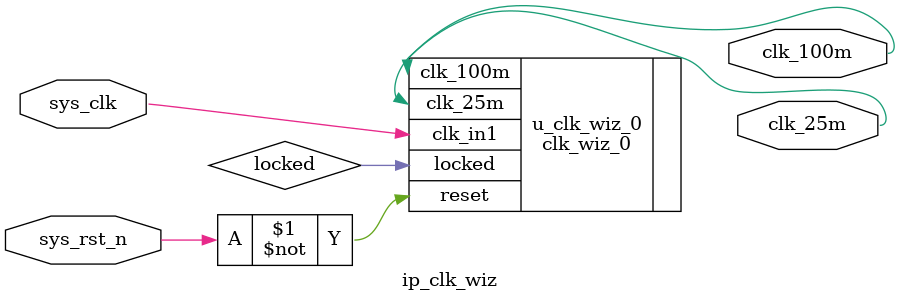
<source format=v>
module ip_clk_wiz(
    input                   sys_clk     ,
    input                   sys_rst_n   ,
    output                  clk_100m    ,
    output                  clk_25m
    );
    wire                    locked      ;
clk_wiz_0 u_clk_wiz_0
    (
        // Clock out ports
        .clk_25m(clk_25m),     // output clk_25m
        .clk_100m(clk_100m),   // output clk_100m
        // Status and control signals
        .reset(~sys_rst_n),         // input reset
        .locked(locked),       // output locked
        // Clock in ports
        .clk_in1(sys_clk)      // input clk_in1
    );      
endmodule

</source>
